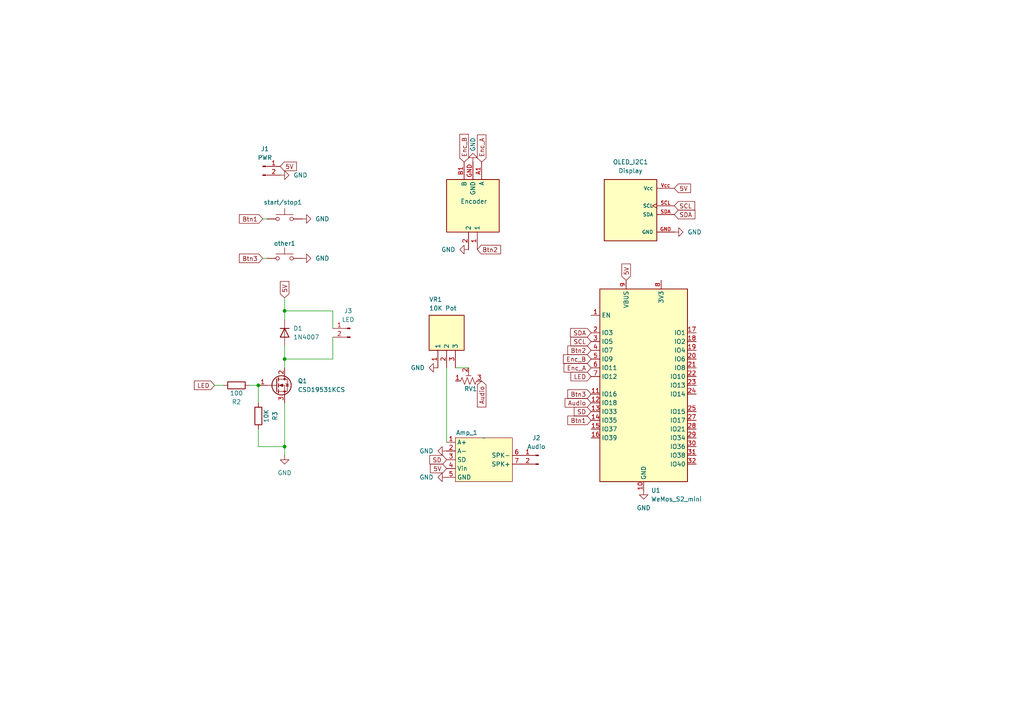
<source format=kicad_sch>
(kicad_sch (version 20250114) (generator "eeschema") (generator_version "9.0")
  (paper "A4")
  (lib_symbols
    (symbol "Connector:Conn_01x02_Pin" (pin_names (offset 1.016) (hide yes))
      (property "Reference" "J" (at 0 2.54 0))
      (property "Value" "Conn_01x02_Pin" (at 0 -5.08 0))
      (symbol "Conn_01x02_Pin_1_1"
        (rectangle (start 0.8636 0.127) (end 0 -0.127) (stroke (width 0.1524)) (fill (type outline)))
        (rectangle (start 0.8636 -2.413) (end 0 -2.667) (stroke (width 0.1524)) (fill (type outline)))
        (polyline (pts (xy 1.27 0) (xy 0.8636 0)) (stroke (width 0.1524)))
        (polyline (pts (xy 1.27 -2.54) (xy 0.8636 -2.54)) (stroke (width 0.1524)))
        (pin passive line (at 5.08 0 180) (length 3.81) (name "Pin_1") (number "1"))
        (pin passive line (at 5.08 -2.54 180) (length 3.81) (name "Pin_2") (number "2"))
      )
    )
    (symbol "Device:R" (pin_numbers (hide yes)) (pin_names (offset 0))
      (property "Reference" "R" (at 2.032 0 90))
      (property "Value" "R" (at 0 0 90))
      (symbol "R_0_1"
        (rectangle (start -1.016 -2.54) (end 1.016 2.54) (stroke (width 0.254)))
      )
      (symbol "R_1_1"
        (pin passive line (at 0 3.81 270) (length 1.27) (name "~") (number "1"))
        (pin passive line (at 0 -3.81 90) (length 1.27) (name "~") (number "2"))
      )
    )
    (symbol "Device:R_Potentiometer_Trim_US" (pin_names (offset 1.016) (hide yes))
      (property "Reference" "RV" (at -4.445 0 90))
      (property "Value" "R_Potentiometer_Trim_US" (at -2.54 0 90))
      (symbol "R_Potentiometer_Trim_US_0_1"
        (polyline (pts (xy 0 2.286) (xy 0 2.54)))
        (polyline (pts (xy 0 2.286) (xy 1.016 1.905) (xy 0 1.524) (xy -1.016 1.143) (xy 0 0.762)))
        (polyline (pts (xy 0 0.762) (xy 1.016 0.381) (xy 0 0) (xy -1.016 -0.381) (xy 0 -0.762)))
        (polyline (pts (xy 0 -0.762) (xy 1.016 -1.143) (xy 0 -1.524) (xy -1.016 -1.905) (xy 0 -2.286)))
        (polyline (pts (xy 0 -2.286) (xy 0 -2.54)))
        (polyline (pts (xy 1.524 0.762) (xy 1.524 -0.762)))
        (polyline (pts (xy 2.54 0) (xy 1.524 0)))
      )
      (symbol "R_Potentiometer_Trim_US_1_1"
        (pin passive line (at 0 3.81 270) (length 1.27) (name "1") (number "1"))
        (pin passive line (at 0 -3.81 90) (length 1.27) (name "3") (number "3"))
        (pin passive line (at 3.81 0 180) (length 1.27) (name "2") (number "2"))
      )
    )
    (symbol "Diode:1N4007" (pin_numbers (hide yes)) (pin_names (hide yes))
      (property "Reference" "D" (at 0 2.54 0))
      (property "Value" "1N4007" (at 0 -2.54 0))
      (symbol "1N4007_0_1"
        (polyline (pts (xy -1.27 1.27) (xy -1.27 -1.27)) (stroke (width 0.254)))
        (polyline (pts (xy 1.27 1.27) (xy 1.27 -1.27) (xy -1.27 0) (xy 1.27 1.27)) (stroke (width 0.254)))
        (polyline (pts (xy 1.27 0) (xy -1.27 0)))
      )
      (symbol "1N4007_1_1"
        (pin passive line (at -3.81 0 0) (length 2.54) (name "K") (number "1"))
        (pin passive line (at 3.81 0 180) (length 2.54) (name "A") (number "2"))
      )
    )
    (symbol "SamacSys_Parts:Adafruit_PAM8302"
      (property "Reference" "Amp_" (at -6.096 7.62 0))
      (symbol "Adafruit_PAM8302_0_1"
        (rectangle (start -8.89 6.35) (end 7.62 -6.35) (fill (type background)))
      )
      (symbol "Adafruit_PAM8302_1_1"
        (pin input line (at -11.43 5.08 0) (length 2.54) (name "A+") (number "1"))
        (pin input line (at -11.43 2.54 0) (length 2.54) (name "A-") (number "2"))
        (pin input line (at -11.43 0 0) (length 2.54) (name "SD") (number "3"))
        (pin input line (at -11.43 -2.54 0) (length 2.54) (name "Vin") (number "4"))
        (pin input line (at -11.43 -5.08 0) (length 2.54) (name "GND") (number "5"))
        (pin output line (at 10.16 1.27 180) (length 2.54) (name "SPK-") (number "6"))
        (pin output line (at 10.16 -1.27 180) (length 2.54) (name "SPK+") (number "7"))
      )
    )
    (symbol "SamacSys_Parts:OLED_display_I2C_0_96in" (pin_names (offset 1.016))
      (property "Reference" "OLED_I2C" (at -7.366 -7.112 0))
      (property "Value" "Display" (at -7.366 10.922 0))
      (symbol "OLED_display_I2C_0_96in_0_0"
        (rectangle (start -7.62 10.16) (end 7.62 -7.62) (stroke (width 0.254)) (fill (type background)))
      )
      (symbol "OLED_display_I2C_0_96in_1_0"
        (pin power_in line (at 12.7 7.62 180) (length 5.08) (name "Vcc") (number "Vcc"))
        (pin input clock (at 12.7 2.54 180) (length 5.08) (name "SCL") (number "SCL"))
        (pin bidirectional line (at 12.7 0 180) (length 5.08) (name "SDA") (number "SDA"))
        (pin power_in line (at 12.7 -5.08 180) (length 5.08) (name "GND") (number "GND"))
      )
    )
    (symbol "SamacSys_Parts:PEC11R-4220F-S0024"
      (property "Reference" "VR" (at 21.59 12.7 0))
      (property "Value" "PEC11R-4220F-S0024" (at 21.59 10.16 0))
      (symbol "PEC11R-4220F-S0024_1_1"
        (rectangle (start 5.08 7.62) (end 20.32 -7.62) (stroke (width 0.254)) (fill (type background)))
        (pin passive line (at 0 0 0) (length 5.08) (hide yes) (name "MH1") (number "MH1"))
        (pin passive line (at 10.16 -12.7 90) (length 5.08) (name "A") (number "A1"))
        (pin passive line (at 11.43 12.7 270) (length 5.08) (name "1") (number "1"))
        (pin passive line (at 12.7 -12.7 90) (length 5.08) (name "GND") (number "GND"))
        (pin passive line (at 13.97 12.7 270) (length 5.08) (name "2") (number "2"))
        (pin passive line (at 15.24 -12.7 90) (length 5.08) (name "B") (number "B1"))
        (pin passive line (at 25.4 0 180) (length 5.08) (hide yes) (name "MH2") (number "MH2"))
      )
    )
    (symbol "SamacSys_Parts:RK09L114001T"
      (property "Reference" "VR" (at 16.51 7.62 0))
      (property "Value" "RK09L114001T" (at 16.51 5.08 0))
      (symbol "RK09L114001T_1_1"
        (rectangle (start 5.08 2.54) (end 15.24 -7.62) (stroke (width 0.254)) (fill (type background)))
        (pin passive line (at 0 0 0) (length 5.08) (name "1") (number "1"))
        (pin passive line (at 0 -2.54 0) (length 5.08) (name "2") (number "2"))
        (pin passive line (at 0 -5.08 0) (length 5.08) (name "3") (number "3"))
      )
    )
    (symbol "SamacSys_Parts:WeMos_S2_mini"
      (property "Reference" "U" (at 2.54 -30.48 0))
      (property "Value" "WeMos_S2_mini" (at 2.54 -33.02 0))
      (symbol "WeMos_S2_mini_1_1"
        (rectangle (start -12.7 27.94) (end 12.7 -27.94) (stroke (width 0.254)) (fill (type background)))
        (pin input line (at -15.24 20.32 0) (length 2.54) (name "EN") (number "1"))
        (pin tri_state line (at -15.24 15.24 0) (length 2.54) (name "IO3") (number "2"))
        (pin tri_state line (at -15.24 12.7 0) (length 2.54) (name "IO5") (number "3"))
        (pin tri_state line (at -15.24 10.16 0) (length 2.54) (name "IO7") (number "4"))
        (pin tri_state line (at -15.24 7.62 0) (length 2.54) (name "IO9") (number "5"))
        (pin tri_state line (at -15.24 5.08 0) (length 2.54) (name "IO11") (number "6"))
        (pin tri_state line (at -15.24 2.54 0) (length 2.54) (name "IO12") (number "7"))
        (pin tri_state line (at -15.24 -2.54 0) (length 2.54) (name "IO16") (number "11"))
        (pin tri_state line (at -15.24 -5.08 0) (length 2.54) (name "IO18") (number "12"))
        (pin tri_state line (at -15.24 -7.62 0) (length 2.54) (name "IO33") (number "13"))
        (pin tri_state line (at -15.24 -10.16 0) (length 2.54) (name "IO35") (number "14"))
        (pin tri_state line (at -15.24 -12.7 0) (length 2.54) (name "IO37") (number "15"))
        (pin tri_state line (at -15.24 -15.24 0) (length 2.54) (name "IO39") (number "16"))
        (pin power_out line (at -5.08 30.48 270) (length 2.54) (name "VBUS") (number "9"))
        (pin power_in line (at 0 -30.48 90) (length 2.54) (name "GND") (number "10"))
        (pin passive line (at 0 -30.48 90) (length 2.54) (hide yes) (name "GND") (number "26"))
        (pin power_out line (at 5.08 30.48 270) (length 2.54) (name "3V3") (number "8"))
        (pin tri_state line (at 15.24 15.24 180) (length 2.54) (name "IO1") (number "17"))
        (pin tri_state line (at 15.24 12.7 180) (length 2.54) (name "IO2") (number "18"))
        (pin tri_state line (at 15.24 10.16 180) (length 2.54) (name "IO4") (number "19"))
        (pin tri_state line (at 15.24 7.62 180) (length 2.54) (name "IO6") (number "20"))
        (pin tri_state line (at 15.24 5.08 180) (length 2.54) (name "IO8") (number "21"))
        (pin tri_state line (at 15.24 2.54 180) (length 2.54) (name "IO10") (number "22"))
        (pin tri_state line (at 15.24 0 180) (length 2.54) (name "IO13") (number "23"))
        (pin tri_state line (at 15.24 -2.54 180) (length 2.54) (name "IO14") (number "24"))
        (pin tri_state line (at 15.24 -7.62 180) (length 2.54) (name "IO15") (number "25"))
        (pin tri_state line (at 15.24 -10.16 180) (length 2.54) (name "IO17") (number "27"))
        (pin tri_state line (at 15.24 -12.7 180) (length 2.54) (name "IO21") (number "28"))
        (pin tri_state line (at 15.24 -15.24 180) (length 2.54) (name "IO34") (number "29"))
        (pin tri_state line (at 15.24 -17.78 180) (length 2.54) (name "IO36") (number "30"))
        (pin tri_state line (at 15.24 -20.32 180) (length 2.54) (name "IO38") (number "31"))
        (pin tri_state line (at 15.24 -22.86 180) (length 2.54) (name "IO40") (number "32"))
      )
    )
    (symbol "Switch:SW_Omron_B3FS" (pin_numbers (hide yes)) (pin_names (offset 1.016) (hide yes))
      (property "Reference" "SW" (at 1.27 2.54 0))
      (property "Value" "SW_Omron_B3FS" (at 0 -1.524 0))
      (symbol "SW_Omron_B3FS_0_1"
        (circle (center -2.032 0) (radius 0.508))
        (polyline (pts (xy 0 1.27) (xy 0 3.048)))
        (circle (center 2.032 0) (radius 0.508))
        (polyline (pts (xy 2.54 1.27) (xy -2.54 1.27)))
        (pin passive line (at -5.08 0 0) (length 2.54) (name "1") (number "1"))
        (pin passive line (at 5.08 0 180) (length 2.54) (name "2") (number "2"))
      )
    )
    (symbol "Transistor_FET:IRF540N" (pin_names (hide yes))
      (property "Reference" "Q" (at 5.08 1.905 0))
      (property "Value" "IRF540N" (at 5.08 0 0))
      (symbol "IRF540N_0_1"
        (polyline (pts (xy 0.254 1.905) (xy 0.254 -1.905)) (stroke (width 0.254)))
        (polyline (pts (xy 0.254 0) (xy -2.54 0)))
        (polyline (pts (xy 0.762 2.286) (xy 0.762 1.27)) (stroke (width 0.254)))
        (polyline (pts (xy 0.762 0.508) (xy 0.762 -0.508)) (stroke (width 0.254)))
        (polyline (pts (xy 0.762 -1.27) (xy 0.762 -2.286)) (stroke (width 0.254)))
        (polyline (pts (xy 0.762 -1.778) (xy 3.302 -1.778) (xy 3.302 1.778) (xy 0.762 1.778)))
        (polyline (pts (xy 1.016 0) (xy 2.032 0.381) (xy 2.032 -0.381) (xy 1.016 0)) (fill (type outline)))
        (circle (center 1.651 0) (radius 2.794) (stroke (width 0.254)))
        (polyline (pts (xy 2.54 2.54) (xy 2.54 1.778)))
        (circle (center 2.54 1.778) (radius 0.254) (fill (type outline)))
        (circle (center 2.54 -1.778) (radius 0.254) (fill (type outline)))
        (polyline (pts (xy 2.54 -2.54) (xy 2.54 0) (xy 0.762 0)))
        (polyline (pts (xy 2.794 0.508) (xy 2.921 0.381) (xy 3.683 0.381) (xy 3.81 0.254)))
        (polyline (pts (xy 3.302 0.381) (xy 2.921 -0.254) (xy 3.683 -0.254) (xy 3.302 0.381)))
      )
      (symbol "IRF540N_1_1"
        (pin input line (at -5.08 0 0) (length 2.54) (name "G") (number "1"))
        (pin passive line (at 2.54 5.08 270) (length 2.54) (name "D") (number "2"))
        (pin passive line (at 2.54 -5.08 90) (length 2.54) (name "S") (number "3"))
      )
    )
    (symbol "power:GND" (power) (pin_numbers (hide yes)) (pin_names (offset 0) (hide yes))
      (property "Value" "GND" (at 0 -3.81 0))
      (symbol "GND_0_1"
        (polyline (pts (xy 0 0) (xy 0 -1.27) (xy 1.27 -1.27) (xy 0 -2.54) (xy -1.27 -1.27) (xy 0 -1.27)))
      )
      (symbol "GND_1_1"
        (pin power_in line (at 0 0 270) (length 0) (name "~") (number "1"))
      )
    )
  )
  (junction (at 82.55 104.14))
  (junction (at 74.93 111.76))
  (junction (at 82.55 90.17))
  (junction (at 82.55 129.54))
  (wire (pts (xy 82.55 129.54) (xy 82.55 116.84)))
  (wire (pts (xy 96.52 104.14) (xy 82.55 104.14)))
  (wire (pts (xy 77.47 63.5) (xy 76.2 63.5)))
  (wire (pts (xy 132.08 106.68) (xy 135.89 106.68)))
  (wire (pts (xy 82.55 132.08) (xy 82.55 129.54)))
  (wire (pts (xy 74.93 129.54) (xy 82.55 129.54)))
  (wire (pts (xy 82.55 104.14) (xy 82.55 100.33)))
  (wire (pts (xy 82.55 86.36) (xy 82.55 90.17)))
  (wire (pts (xy 77.47 74.93) (xy 76.2 74.93)))
  (wire (pts (xy 74.93 124.46) (xy 74.93 129.54)))
  (wire (pts (xy 96.52 97.79) (xy 96.52 104.14)))
  (wire (pts (xy 82.55 90.17) (xy 96.52 90.17)))
  (wire (pts (xy 72.39 111.76) (xy 74.93 111.76)))
  (wire (pts (xy 82.55 90.17) (xy 82.55 92.71)))
  (wire (pts (xy 62.23 111.76) (xy 64.77 111.76)))
  (wire (pts (xy 96.52 90.17) (xy 96.52 95.25)))
  (wire (pts (xy 129.54 106.68) (xy 129.54 128.27)))
  (wire (pts (xy 74.93 116.84) (xy 74.93 111.76)))
  (wire (pts (xy 82.55 104.14) (xy 82.55 106.68)))
  (global_label "Enc_B" (shape input) (at 134.62 46.99 90) (property "Intersheetrefs" "${INTERSHEET_REFS}" (effects (hide yes))))
  (global_label "SDA" (shape input) (at 195.58 62.23 0) (property "Intersheetrefs" "${INTERSHEET_REFS}" (effects (hide yes))))
  (global_label "SD" (shape input) (at 171.45 119.38 180) (property "Intersheetrefs" "${INTERSHEET_REFS}" (effects (hide yes))))
  (global_label "Audio" (shape input) (at 171.45 116.84 180) (property "Intersheetrefs" "${INTERSHEET_REFS}" (effects (hide yes))))
  (global_label "LED" (shape input) (at 62.23 111.76 180) (property "Intersheetrefs" "${INTERSHEET_REFS}" (effects (hide yes))))
  (global_label "Btn2" (shape input) (at 138.43 72.39 0) (property "Intersheetrefs" "${INTERSHEET_REFS}" (effects (hide yes))))
  (global_label "5V" (shape input) (at 129.54 135.89 180) (property "Intersheetrefs" "${INTERSHEET_REFS}" (effects (hide yes))))
  (global_label "Btn3" (shape input) (at 76.2 74.93 180) (property "Intersheetrefs" "${INTERSHEET_REFS}" (effects (hide yes))))
  (global_label "Enc_B" (shape input) (at 171.45 104.14 180) (property "Intersheetrefs" "${INTERSHEET_REFS}" (effects (hide yes))))
  (global_label "LED" (shape input) (at 171.45 109.22 180) (property "Intersheetrefs" "${INTERSHEET_REFS}" (effects (hide yes))))
  (global_label "SDA" (shape input) (at 171.45 96.52 180) (property "Intersheetrefs" "${INTERSHEET_REFS}" (effects (hide yes))))
  (global_label "Btn1" (shape input) (at 171.45 121.92 180) (property "Intersheetrefs" "${INTERSHEET_REFS}" (effects (hide yes))))
  (global_label "SD" (shape input) (at 129.54 133.35 180) (property "Intersheetrefs" "${INTERSHEET_REFS}" (effects (hide yes))))
  (global_label "5V" (shape input) (at 82.55 86.36 90) (property "Intersheetrefs" "${INTERSHEET_REFS}" (effects (hide yes))))
  (global_label "SCL" (shape input) (at 195.58 59.69 0) (property "Intersheetrefs" "${INTERSHEET_REFS}" (effects (hide yes))))
  (global_label "5V" (shape input) (at 81.28 48.26 0) (property "Intersheetrefs" "${INTERSHEET_REFS}" (effects (hide yes))))
  (global_label "Btn1" (shape input) (at 76.2 63.5 180) (property "Intersheetrefs" "${INTERSHEET_REFS}" (effects (hide yes))))
  (global_label "Audio" (shape input) (at 139.7 110.49 270) (property "Intersheetrefs" "${INTERSHEET_REFS}" (effects (hide yes))))
  (global_label "Enc_A" (shape input) (at 139.7 46.99 90) (property "Intersheetrefs" "${INTERSHEET_REFS}" (effects (hide yes))))
  (global_label "SCL" (shape input) (at 171.45 99.06 180) (property "Intersheetrefs" "${INTERSHEET_REFS}" (effects (hide yes))))
  (global_label "Btn2" (shape input) (at 171.45 101.6 180) (property "Intersheetrefs" "${INTERSHEET_REFS}" (effects (hide yes))))
  (global_label "Enc_A" (shape input) (at 171.45 106.68 180) (property "Intersheetrefs" "${INTERSHEET_REFS}" (effects (hide yes))))
  (global_label "5V" (shape input) (at 195.58 54.61 0) (property "Intersheetrefs" "${INTERSHEET_REFS}" (effects (hide yes))))
  (global_label "5V" (shape input) (at 181.61 81.28 90) (property "Intersheetrefs" "${INTERSHEET_REFS}" (effects (hide yes))))
  (global_label "Btn3" (shape input) (at 171.45 114.3 180) (property "Intersheetrefs" "${INTERSHEET_REFS}" (effects (hide yes))))
  (symbol (lib_id "power:GND") (at 135.89 72.39 270) (unit 1)
    (property "Reference" "#PWR011" (effects (hide yes)))
    (property "Value" "GND" (at 132.08 72.3899 90) (effects (justify right)))
    (property "Description" "Power symbol creates a global label with name \"GND\" , ground" (effects (hide yes)))
  )
  (symbol (lib_id "power:GND") (at 87.63 74.93 90) (unit 1)
    (property "Reference" "#PWR09" (effects (hide yes)))
    (property "Value" "GND" (at 91.44 74.9299 90) (effects (justify right)))
    (property "Description" "Power symbol creates a global label with name \"GND\" , ground" (effects (hide yes)))
  )
  (symbol (lib_id "Connector:Conn_01x02_Pin") (at 156.21 132.08 0) (mirror y) (unit 1)
    (property "Reference" "J2" (at 155.575 127 0))
    (property "Value" "Audio" (at 155.575 129.54 0))
    (property "Footprint" "Connector_PinHeader_2.54mm:PinHeader_1x02_P2.54mm_Vertical" (effects (hide yes)))
    (property "Description" "Generic connector, single row, 01x02, script generated" (effects (hide yes)))
  )
  (symbol (lib_id "Device:R_Potentiometer_Trim_US") (at 135.89 110.49 90) (unit 1)
    (property "Reference" "RV1" (at 134.62 112.776 90) (effects (justify right)))
    (property "Value" "R_Potentiometer_Trim_US" (effects (hide yes)))
    (property "Footprint" "SamacSys_Parts:3306F1103" (effects (hide yes)))
    (property "Description" "Trim-potentiometer, US symbol" (effects (hide yes)))
  )
  (symbol (lib_id "power:GND") (at 127 106.68 270) (unit 1)
    (property "Reference" "#PWR02" (effects (hide yes)))
    (property "Value" "GND" (at 123.19 106.6799 90) (effects (justify right)))
    (property "Description" "Power symbol creates a global label with name \"GND\" , ground" (effects (hide yes)))
  )
  (symbol (lib_id "power:GND") (at 195.58 67.31 90) (unit 1)
    (property "Reference" "#PWR06" (effects (hide yes)))
    (property "Value" "GND" (at 199.39 67.3099 90) (effects (justify right)))
    (property "Description" "Power symbol creates a global label with name \"GND\" , ground" (effects (hide yes)))
  )
  (symbol (lib_id "Device:R") (at 68.58 111.76 270) (unit 1)
    (property "Reference" "R2" (at 68.58 116.586 90))
    (property "Value" "100" (at 68.58 114.046 90))
    (property "Footprint" "Resistor_THT:R_Axial_DIN0207_L6.3mm_D2.5mm_P2.54mm_Vertical" (effects (hide yes)))
    (property "Description" "Resistor" (effects (hide yes)))
  )
  (symbol (lib_id "power:GND") (at 87.63 63.5 90) (unit 1)
    (property "Reference" "#PWR010" (effects (hide yes)))
    (property "Value" "GND" (at 91.44 63.4999 90) (effects (justify right)))
    (property "Description" "Power symbol creates a global label with name \"GND\" , ground" (effects (hide yes)))
  )
  (symbol (lib_id "Transistor_FET:IRF540N") (at 80.01 111.76 0) (unit 1)
    (property "Reference" "Q1" (at 86.36 110.4899 0) (effects (justify left)))
    (property "Value" "CSD19531KCS" (at 86.36 113.0299 0) (effects (justify left)))
    (property "Footprint" "Package_TO_SOT_THT:TO-220-3_Vertical" (effects (hide yes)))
    (property "Datasheet" "https://www.ti.com/lit/ds/symlink/csd19531kcs.pdf" (effects (hide yes)))
  )
  (symbol (lib_id "power:GND") (at 137.16 46.99 180) (unit 1)
    (property "Reference" "#PWR08" (effects (hide yes)))
    (property "Value" "GND" (at 137.16 41.91 90))
    (property "Description" "Power symbol creates a global label with name \"GND\" , ground" (effects (hide yes)))
  )
  (symbol (lib_id "power:GND") (at 81.28 50.8 90) (unit 1)
    (property "Reference" "#PWR01" (effects (hide yes)))
    (property "Value" "GND" (at 85.09 50.7999 90) (effects (justify right)))
    (property "Description" "Power symbol creates a global label with name \"GND\" , ground" (effects (hide yes)))
  )
  (symbol (lib_id "SamacSys_Parts:WeMos_S2_mini") (at 186.69 111.76 0) (unit 1)
    (property "Reference" "U1" (at 188.8333 142.24 0) (effects (justify left)))
    (property "Value" "WeMos_S2_mini" (at 188.8333 144.78 0) (effects (justify left)))
    (property "Footprint" "SamacSys_Parts:WEMOS_S2_mini_no_inner_row" (effects (hide yes)))
    (property "Datasheet" "https://www.wemos.cc/en/latest/s2/s2_mini.html" (effects (hide yes)))
    (property "Description" "32-bit microcontroller module with WiFi" (effects (hide yes)))
  )
  (symbol (lib_id "power:GND") (at 129.54 138.43 270) (unit 1)
    (property "Reference" "#PWR05" (effects (hide yes)))
    (property "Value" "GND" (at 125.73 138.4299 90) (effects (justify right)))
    (property "Description" "Power symbol creates a global label with name \"GND\" , ground" (effects (hide yes)))
  )
  (symbol (lib_id "Switch:SW_Omron_B3FS") (at 82.55 63.5 0) (unit 1)
    (property "Reference" "start/stop1" (at 82.042 58.674 0))
    (property "Value" "Start/Stop" (effects (hide yes)))
    (property "Footprint" "Button_Switch_THT:SW_PUSH_6mm_H9.5mm" (effects (hide yes)))
    (property "Datasheet" "https://omronfs.omron.com/en_US/ecb/products/pdf/en-b3fs.pdf" (effects (hide yes)))
    (property "Description" "Omron B3FS 6x6mm single pole normally-open tactile switch" (effects (hide yes)))
  )
  (symbol (lib_id "SamacSys_Parts:Adafruit_PAM8302") (at 140.97 133.35 0) (unit 1)
    (property "Reference" "Amp_1" (at 135.382 125.476 0))
    (property "Value" "~" (at 140.335 127 0))
    (property "Footprint" "SamacSys_Parts:PAM8302_adafruit" (effects (hide yes)))
  )
  (symbol (lib_id "Device:R") (at 74.93 120.65 0) (unit 1)
    (property "Reference" "R3" (at 79.756 120.65 90))
    (property "Value" "10K" (at 77.216 120.65 90))
    (property "Footprint" "Resistor_THT:R_Axial_DIN0207_L6.3mm_D2.5mm_P2.54mm_Vertical" (effects (hide yes)))
    (property "Description" "Resistor" (effects (hide yes)))
  )
  (symbol (lib_id "Connector:Conn_01x02_Pin") (at 76.2 48.26 0) (unit 1)
    (property "Reference" "J1" (at 76.835 43.18 0))
    (property "Value" "PWR" (at 76.835 45.72 0))
    (property "Footprint" "Connector_PinHeader_2.54mm:PinHeader_1x02_P2.54mm_Vertical" (effects (hide yes)))
    (property "Description" "Generic connector, single row, 01x02, script generated" (effects (hide yes)))
  )
  (symbol (lib_id "SamacSys_Parts:RK09L114001T") (at 127 106.68 90) (unit 1)
    (property "Reference" "VR1" (at 124.46 86.868 90) (effects (justify right)))
    (property "Value" "10K Pot" (at 124.46 89.408 90) (effects (justify right)))
    (property "Footprint" "SamacSys_Parts:potentiometer_vert_no_switch" (effects (hide yes)))
    (property "Datasheet" "http://uk.rs-online.com/web/p/products/7293426" (effects (hide yes)))
    (property "Description" "Alps Electric RK09L Series Potentiometer with a 6 mm Dia. Shaft, 10k, +/-20%, 0.05W, Panel Mount (Through Hole)" (effects (hide yes)))
    (property "Height" "25" (effects (hide yes)))
    (property "RS Part Number" "7293426" (effects (hide yes)))
    (property "RS Price/Stock" "http://uk.rs-online.com/web/p/products/7293426" (effects (hide yes)))
    (property "Manufacturer_Name" "ALPS Electric" (effects (hide yes)))
    (property "Manufacturer_Part_Number" "RK09L114001T" (effects (hide yes)))
    (property "Allied_Number" "R1075872" (effects (hide yes)))
  )
  (symbol (lib_id "power:GND") (at 129.54 130.81 270) (unit 1)
    (property "Reference" "#PWR04" (effects (hide yes)))
    (property "Value" "GND" (at 125.73 130.8099 90) (effects (justify right)))
    (property "Description" "Power symbol creates a global label with name \"GND\" , ground" (effects (hide yes)))
  )
  (symbol (lib_id "Connector:Conn_01x02_Pin") (at 101.6 95.25 0) (mirror y) (unit 1)
    (property "Reference" "J3" (at 100.965 90.17 0))
    (property "Value" "LED" (at 100.965 92.71 0))
    (property "Footprint" "Connector_PinHeader_2.54mm:PinHeader_1x02_P2.54mm_Vertical" (effects (hide yes)))
    (property "Description" "Generic connector, single row, 01x02, script generated" (effects (hide yes)))
  )
  (symbol (lib_id "power:GND") (at 186.69 142.24 0) (unit 1)
    (property "Reference" "#PWR07" (effects (hide yes)))
    (property "Value" "GND" (at 186.69 147.32 0))
    (property "Description" "Power symbol creates a global label with name \"GND\" , ground" (effects (hide yes)))
  )
  (symbol (lib_id "Switch:SW_Omron_B3FS") (at 82.55 74.93 0) (unit 1)
    (property "Reference" "other1" (at 82.55 70.612 0))
    (property "Value" "Start/Stop" (effects (hide yes)))
    (property "Footprint" "Button_Switch_THT:SW_PUSH_6mm_H9.5mm" (effects (hide yes)))
    (property "Datasheet" "https://omronfs.omron.com/en_US/ecb/products/pdf/en-b3fs.pdf" (effects (hide yes)))
    (property "Description" "Omron B3FS 6x6mm single pole normally-open tactile switch" (effects (hide yes)))
  )
  (symbol (lib_id "SamacSys_Parts:PEC11R-4220F-S0024") (at 149.86 59.69 180) (unit 1)
    (property "Reference" "EN1" (effects (hide yes)))
    (property "Value" "Encoder" (at 137.414 58.42 0))
    (property "Footprint" "SamacSys_Parts:encoder_20mm_switch" (effects (hide yes)))
    (property "Datasheet" "http://uk.rs-online.com/web/p/products/7377767P" (effects (hide yes)))
    (property "Description" "Bourns 24 Pulse Incremental Mechanical Rotary Encoder with a 6 mm Flat Shaft (Not Indexed), Through Hole" (effects (hide yes)))
    (property "Height" "27.5" (effects (hide yes)))
    (property "RS Part Number" "7377767P" (effects (hide yes)))
    (property "RS Price/Stock" "http://uk.rs-online.com/web/p/products/7377767P" (effects (hide yes)))
    (property "Manufacturer_Name" "Bourns" (effects (hide yes)))
    (property "Manufacturer_Part_Number" "PEC11R-4220F-S0024" (effects (hide yes)))
    (property "Allied_Number" "70276555" (effects (hide yes)))
  )
  (symbol (lib_id "SamacSys_Parts:OLED_display_I2C_0_96in") (at 182.88 62.23 0) (unit 1)
    (property "Reference" "OLED_I2C1" (at 182.88 46.99 0))
    (property "Value" "Display" (at 182.88 49.53 0))
    (property "Footprint" "SamacSys_Parts:OLED_display_I2C_0_96in" (effects (hide yes)))
  )
  (symbol (lib_id "Diode:1N4007") (at 82.55 96.52 270) (unit 1)
    (property "Reference" "D1" (at 85.0513 95.2499 90) (effects (justify left)))
    (property "Value" "1N4007" (at 85.0513 97.7899 90) (effects (justify left)))
    (property "Footprint" "Diode_THT:D_DO-41_SOD81_P2.54mm_Vertical_KathodeUp" (effects (hide yes)))
    (property "Datasheet" "http://www.vishay.com/docs/88503/1n4001.pdf" (effects (hide yes)))
    (property "Description" "1000V 1A General Purpose Rectifier Diode, DO-41" (effects (hide yes)))
    (property "Sim.Device" "D" (effects (hide yes)))
    (property "Sim.Pins" "1=K 2=A" (effects (hide yes)))
  )
  (symbol (lib_id "power:GND") (at 82.55 132.08 0) (unit 1)
    (property "Reference" "#PWR03" (effects (hide yes)))
    (property "Value" "GND" (at 82.55 137.16 0))
    (property "Description" "Power symbol creates a global label with name \"GND\" , ground" (effects (hide yes)))
  )
)
</source>
